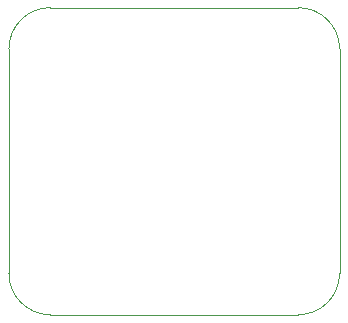
<source format=gbr>
%TF.GenerationSoftware,KiCad,Pcbnew,(6.0.0)*%
%TF.CreationDate,2022-02-09T06:53:37-08:00*%
%TF.ProjectId,depth-sensor,64657074-682d-4736-956e-736f722e6b69,1*%
%TF.SameCoordinates,Original*%
%TF.FileFunction,Profile,NP*%
%FSLAX46Y46*%
G04 Gerber Fmt 4.6, Leading zero omitted, Abs format (unit mm)*
G04 Created by KiCad (PCBNEW (6.0.0)) date 2022-02-09 06:53:37*
%MOMM*%
%LPD*%
G01*
G04 APERTURE LIST*
%TA.AperFunction,Profile*%
%ADD10C,0.100000*%
%TD*%
G04 APERTURE END LIST*
D10*
X99000000Y-39500000D02*
G75*
G03*
X95500000Y-43000000I0J-3500000D01*
G01*
X95500000Y-62000000D02*
G75*
G03*
X99000000Y-65500000I3500000J0D01*
G01*
X120000000Y-65500000D02*
G75*
G03*
X123500000Y-62000000I0J3500000D01*
G01*
X123500000Y-43000000D02*
G75*
G03*
X120000000Y-39500000I-3500000J0D01*
G01*
X95500000Y-62000000D02*
X95500000Y-43000000D01*
X120000000Y-65500000D02*
X99000000Y-65500000D01*
X123500000Y-43000000D02*
X123500000Y-62000000D01*
X99000000Y-39500000D02*
X120000000Y-39500000D01*
M02*

</source>
